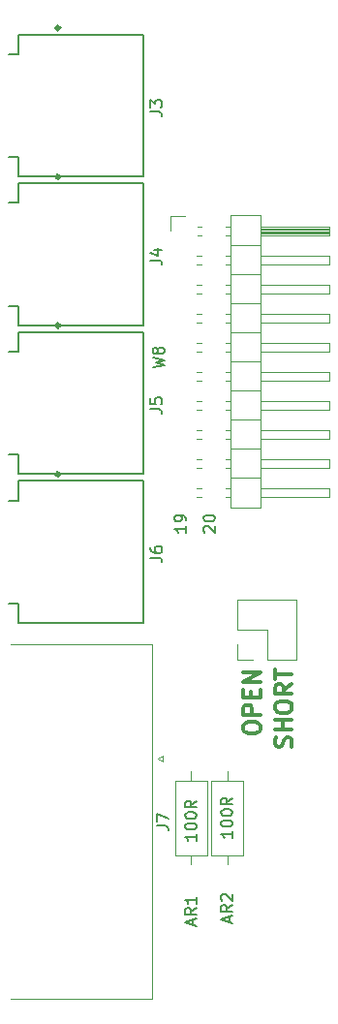
<source format=gto>
%TF.GenerationSoftware,KiCad,Pcbnew,(6.0.0)*%
%TF.CreationDate,2022-03-13T21:14:02-04:00*%
%TF.ProjectId,PCI bracket board,50434920-6272-4616-936b-657420626f61,rev?*%
%TF.SameCoordinates,Original*%
%TF.FileFunction,Legend,Top*%
%TF.FilePolarity,Positive*%
%FSLAX46Y46*%
G04 Gerber Fmt 4.6, Leading zero omitted, Abs format (unit mm)*
G04 Created by KiCad (PCBNEW (6.0.0)) date 2022-03-13 21:14:02*
%MOMM*%
%LPD*%
G01*
G04 APERTURE LIST*
%ADD10C,0.150000*%
%ADD11C,0.300000*%
%ADD12C,0.127000*%
%ADD13C,0.340000*%
%ADD14C,0.120000*%
%ADD15C,1.200000*%
%ADD16O,1.308000X2.616000*%
%ADD17O,2.616000X1.308000*%
%ADD18R,1.700000X1.700000*%
%ADD19O,1.700000X1.700000*%
%ADD20C,4.000000*%
%ADD21R,1.600000X1.600000*%
%ADD22C,1.600000*%
%ADD23O,1.600000X1.600000*%
%ADD24C,3.200000*%
%ADD25C,5.600000*%
G04 APERTURE END LIST*
D10*
X17327619Y-50291904D02*
X17280000Y-50244285D01*
X17232380Y-50149047D01*
X17232380Y-49910952D01*
X17280000Y-49815714D01*
X17327619Y-49768095D01*
X17422857Y-49720476D01*
X17518095Y-49720476D01*
X17660952Y-49768095D01*
X18232380Y-50339523D01*
X18232380Y-49720476D01*
X17232380Y-49101428D02*
X17232380Y-49006190D01*
X17280000Y-48910952D01*
X17327619Y-48863333D01*
X17422857Y-48815714D01*
X17613333Y-48768095D01*
X17851428Y-48768095D01*
X18041904Y-48815714D01*
X18137142Y-48863333D01*
X18184761Y-48910952D01*
X18232380Y-49006190D01*
X18232380Y-49101428D01*
X18184761Y-49196666D01*
X18137142Y-49244285D01*
X18041904Y-49291904D01*
X17851428Y-49339523D01*
X17613333Y-49339523D01*
X17422857Y-49291904D01*
X17327619Y-49244285D01*
X17280000Y-49196666D01*
X17232380Y-49101428D01*
D11*
X20692371Y-67508142D02*
X20692371Y-67222428D01*
X20763800Y-67079571D01*
X20906657Y-66936714D01*
X21192371Y-66865285D01*
X21692371Y-66865285D01*
X21978085Y-66936714D01*
X22120942Y-67079571D01*
X22192371Y-67222428D01*
X22192371Y-67508142D01*
X22120942Y-67651000D01*
X21978085Y-67793857D01*
X21692371Y-67865285D01*
X21192371Y-67865285D01*
X20906657Y-67793857D01*
X20763800Y-67651000D01*
X20692371Y-67508142D01*
X22192371Y-66222428D02*
X20692371Y-66222428D01*
X20692371Y-65651000D01*
X20763800Y-65508142D01*
X20835228Y-65436714D01*
X20978085Y-65365285D01*
X21192371Y-65365285D01*
X21335228Y-65436714D01*
X21406657Y-65508142D01*
X21478085Y-65651000D01*
X21478085Y-66222428D01*
X21406657Y-64722428D02*
X21406657Y-64222428D01*
X22192371Y-64008142D02*
X22192371Y-64722428D01*
X20692371Y-64722428D01*
X20692371Y-64008142D01*
X22192371Y-63365285D02*
X20692371Y-63365285D01*
X22192371Y-62508142D01*
X20692371Y-62508142D01*
D10*
X15692380Y-49720476D02*
X15692380Y-50291904D01*
X15692380Y-50006190D02*
X14692380Y-50006190D01*
X14835238Y-50101428D01*
X14930476Y-50196666D01*
X14978095Y-50291904D01*
X15692380Y-49244285D02*
X15692380Y-49053809D01*
X15644761Y-48958571D01*
X15597142Y-48910952D01*
X15454285Y-48815714D01*
X15263809Y-48768095D01*
X14882857Y-48768095D01*
X14787619Y-48815714D01*
X14740000Y-48863333D01*
X14692380Y-48958571D01*
X14692380Y-49149047D01*
X14740000Y-49244285D01*
X14787619Y-49291904D01*
X14882857Y-49339523D01*
X15120952Y-49339523D01*
X15216190Y-49291904D01*
X15263809Y-49244285D01*
X15311428Y-49149047D01*
X15311428Y-48958571D01*
X15263809Y-48863333D01*
X15216190Y-48815714D01*
X15120952Y-48768095D01*
D11*
X24889542Y-69056628D02*
X24960971Y-68842342D01*
X24960971Y-68485200D01*
X24889542Y-68342342D01*
X24818114Y-68270914D01*
X24675257Y-68199485D01*
X24532400Y-68199485D01*
X24389542Y-68270914D01*
X24318114Y-68342342D01*
X24246685Y-68485200D01*
X24175257Y-68770914D01*
X24103828Y-68913771D01*
X24032400Y-68985200D01*
X23889542Y-69056628D01*
X23746685Y-69056628D01*
X23603828Y-68985200D01*
X23532400Y-68913771D01*
X23460971Y-68770914D01*
X23460971Y-68413771D01*
X23532400Y-68199485D01*
X24960971Y-67556628D02*
X23460971Y-67556628D01*
X24175257Y-67556628D02*
X24175257Y-66699485D01*
X24960971Y-66699485D02*
X23460971Y-66699485D01*
X23460971Y-65699485D02*
X23460971Y-65413771D01*
X23532400Y-65270914D01*
X23675257Y-65128057D01*
X23960971Y-65056628D01*
X24460971Y-65056628D01*
X24746685Y-65128057D01*
X24889542Y-65270914D01*
X24960971Y-65413771D01*
X24960971Y-65699485D01*
X24889542Y-65842342D01*
X24746685Y-65985200D01*
X24460971Y-66056628D01*
X23960971Y-66056628D01*
X23675257Y-65985200D01*
X23532400Y-65842342D01*
X23460971Y-65699485D01*
X24960971Y-63556628D02*
X24246685Y-64056628D01*
X24960971Y-64413771D02*
X23460971Y-64413771D01*
X23460971Y-63842342D01*
X23532400Y-63699485D01*
X23603828Y-63628057D01*
X23746685Y-63556628D01*
X23960971Y-63556628D01*
X24103828Y-63628057D01*
X24175257Y-63699485D01*
X24246685Y-63842342D01*
X24246685Y-64413771D01*
X23460971Y-63128057D02*
X23460971Y-62270914D01*
X24960971Y-62699485D02*
X23460971Y-62699485D01*
D10*
%TO.C,J4*%
X12583930Y-26508985D02*
X13298542Y-26508985D01*
X13441465Y-26556626D01*
X13536746Y-26651908D01*
X13584387Y-26794830D01*
X13584387Y-26890112D01*
X12917416Y-25603810D02*
X13584387Y-25603810D01*
X12536289Y-25842014D02*
X13250902Y-26080218D01*
X13250902Y-25460887D01*
%TO.C,J7*%
X13138711Y-75913733D02*
X13852997Y-75913733D01*
X13995854Y-75961352D01*
X14091092Y-76056590D01*
X14138711Y-76199447D01*
X14138711Y-76294685D01*
X13138711Y-75532780D02*
X13138711Y-74866114D01*
X14138711Y-75294685D01*
%TO.C,AR1*%
X16321066Y-84577085D02*
X16321066Y-84100895D01*
X16606780Y-84672323D02*
X15606780Y-84338990D01*
X16606780Y-84005657D01*
X16606780Y-83100895D02*
X16130590Y-83434228D01*
X16606780Y-83672323D02*
X15606780Y-83672323D01*
X15606780Y-83291371D01*
X15654400Y-83196133D01*
X15702019Y-83148514D01*
X15797257Y-83100895D01*
X15940114Y-83100895D01*
X16035352Y-83148514D01*
X16082971Y-83196133D01*
X16130590Y-83291371D01*
X16130590Y-83672323D01*
X16606780Y-82148514D02*
X16606780Y-82719942D01*
X16606780Y-82434228D02*
X15606780Y-82434228D01*
X15749638Y-82529466D01*
X15844876Y-82624704D01*
X15892495Y-82719942D01*
X16606780Y-76655466D02*
X16606780Y-77226895D01*
X16606780Y-76941180D02*
X15606780Y-76941180D01*
X15749638Y-77036419D01*
X15844876Y-77131657D01*
X15892495Y-77226895D01*
X15606780Y-76036419D02*
X15606780Y-75941180D01*
X15654400Y-75845942D01*
X15702019Y-75798323D01*
X15797257Y-75750704D01*
X15987733Y-75703085D01*
X16225828Y-75703085D01*
X16416304Y-75750704D01*
X16511542Y-75798323D01*
X16559161Y-75845942D01*
X16606780Y-75941180D01*
X16606780Y-76036419D01*
X16559161Y-76131657D01*
X16511542Y-76179276D01*
X16416304Y-76226895D01*
X16225828Y-76274514D01*
X15987733Y-76274514D01*
X15797257Y-76226895D01*
X15702019Y-76179276D01*
X15654400Y-76131657D01*
X15606780Y-76036419D01*
X15606780Y-75084038D02*
X15606780Y-74988800D01*
X15654400Y-74893561D01*
X15702019Y-74845942D01*
X15797257Y-74798323D01*
X15987733Y-74750704D01*
X16225828Y-74750704D01*
X16416304Y-74798323D01*
X16511542Y-74845942D01*
X16559161Y-74893561D01*
X16606780Y-74988800D01*
X16606780Y-75084038D01*
X16559161Y-75179276D01*
X16511542Y-75226895D01*
X16416304Y-75274514D01*
X16225828Y-75322133D01*
X15987733Y-75322133D01*
X15797257Y-75274514D01*
X15702019Y-75226895D01*
X15654400Y-75179276D01*
X15606780Y-75084038D01*
X16606780Y-73750704D02*
X16130590Y-74084038D01*
X16606780Y-74322133D02*
X15606780Y-74322133D01*
X15606780Y-73941180D01*
X15654400Y-73845942D01*
X15702019Y-73798323D01*
X15797257Y-73750704D01*
X15940114Y-73750704D01*
X16035352Y-73798323D01*
X16082971Y-73845942D01*
X16130590Y-73941180D01*
X16130590Y-74322133D01*
%TO.C,W8*%
X12787380Y-35880561D02*
X13787380Y-35642466D01*
X13073095Y-35451990D01*
X13787380Y-35261514D01*
X12787380Y-35023419D01*
X13215952Y-34499609D02*
X13168333Y-34594847D01*
X13120714Y-34642466D01*
X13025476Y-34690085D01*
X12977857Y-34690085D01*
X12882619Y-34642466D01*
X12835000Y-34594847D01*
X12787380Y-34499609D01*
X12787380Y-34309133D01*
X12835000Y-34213895D01*
X12882619Y-34166276D01*
X12977857Y-34118657D01*
X13025476Y-34118657D01*
X13120714Y-34166276D01*
X13168333Y-34213895D01*
X13215952Y-34309133D01*
X13215952Y-34499609D01*
X13263571Y-34594847D01*
X13311190Y-34642466D01*
X13406428Y-34690085D01*
X13596904Y-34690085D01*
X13692142Y-34642466D01*
X13739761Y-34594847D01*
X13787380Y-34499609D01*
X13787380Y-34309133D01*
X13739761Y-34213895D01*
X13692142Y-34166276D01*
X13596904Y-34118657D01*
X13406428Y-34118657D01*
X13311190Y-34166276D01*
X13263571Y-34213895D01*
X13215952Y-34309133D01*
%TO.C,J3*%
X12583930Y-13508985D02*
X13298542Y-13508985D01*
X13441465Y-13556626D01*
X13536746Y-13651908D01*
X13584387Y-13794830D01*
X13584387Y-13890112D01*
X12583930Y-13127859D02*
X12583930Y-12508528D01*
X12965057Y-12842014D01*
X12965057Y-12699091D01*
X13012697Y-12603810D01*
X13060338Y-12556169D01*
X13155620Y-12508528D01*
X13393824Y-12508528D01*
X13489106Y-12556169D01*
X13536746Y-12603810D01*
X13584387Y-12699091D01*
X13584387Y-12984936D01*
X13536746Y-13080218D01*
X13489106Y-13127859D01*
%TO.C,J6*%
X12583930Y-52508985D02*
X13298542Y-52508985D01*
X13441465Y-52556626D01*
X13536746Y-52651908D01*
X13584387Y-52794830D01*
X13584387Y-52890112D01*
X12583930Y-51603810D02*
X12583930Y-51794373D01*
X12631571Y-51889655D01*
X12679212Y-51937295D01*
X12822134Y-52032577D01*
X13012697Y-52080218D01*
X13393824Y-52080218D01*
X13489106Y-52032577D01*
X13536746Y-51984936D01*
X13584387Y-51889655D01*
X13584387Y-51699091D01*
X13536746Y-51603810D01*
X13489106Y-51556169D01*
X13393824Y-51508528D01*
X13155620Y-51508528D01*
X13060338Y-51556169D01*
X13012697Y-51603810D01*
X12965057Y-51699091D01*
X12965057Y-51889655D01*
X13012697Y-51984936D01*
X13060338Y-52032577D01*
X13155620Y-52080218D01*
%TO.C,AR2*%
X19470666Y-84323085D02*
X19470666Y-83846895D01*
X19756380Y-84418323D02*
X18756380Y-84084990D01*
X19756380Y-83751657D01*
X19756380Y-82846895D02*
X19280190Y-83180228D01*
X19756380Y-83418323D02*
X18756380Y-83418323D01*
X18756380Y-83037371D01*
X18804000Y-82942133D01*
X18851619Y-82894514D01*
X18946857Y-82846895D01*
X19089714Y-82846895D01*
X19184952Y-82894514D01*
X19232571Y-82942133D01*
X19280190Y-83037371D01*
X19280190Y-83418323D01*
X18851619Y-82465942D02*
X18804000Y-82418323D01*
X18756380Y-82323085D01*
X18756380Y-82084990D01*
X18804000Y-81989752D01*
X18851619Y-81942133D01*
X18946857Y-81894514D01*
X19042095Y-81894514D01*
X19184952Y-81942133D01*
X19756380Y-82513561D01*
X19756380Y-81894514D01*
X19756380Y-76401466D02*
X19756380Y-76972895D01*
X19756380Y-76687180D02*
X18756380Y-76687180D01*
X18899238Y-76782419D01*
X18994476Y-76877657D01*
X19042095Y-76972895D01*
X18756380Y-75782419D02*
X18756380Y-75687180D01*
X18804000Y-75591942D01*
X18851619Y-75544323D01*
X18946857Y-75496704D01*
X19137333Y-75449085D01*
X19375428Y-75449085D01*
X19565904Y-75496704D01*
X19661142Y-75544323D01*
X19708761Y-75591942D01*
X19756380Y-75687180D01*
X19756380Y-75782419D01*
X19708761Y-75877657D01*
X19661142Y-75925276D01*
X19565904Y-75972895D01*
X19375428Y-76020514D01*
X19137333Y-76020514D01*
X18946857Y-75972895D01*
X18851619Y-75925276D01*
X18804000Y-75877657D01*
X18756380Y-75782419D01*
X18756380Y-74830038D02*
X18756380Y-74734800D01*
X18804000Y-74639561D01*
X18851619Y-74591942D01*
X18946857Y-74544323D01*
X19137333Y-74496704D01*
X19375428Y-74496704D01*
X19565904Y-74544323D01*
X19661142Y-74591942D01*
X19708761Y-74639561D01*
X19756380Y-74734800D01*
X19756380Y-74830038D01*
X19708761Y-74925276D01*
X19661142Y-74972895D01*
X19565904Y-75020514D01*
X19375428Y-75068133D01*
X19137333Y-75068133D01*
X18946857Y-75020514D01*
X18851619Y-74972895D01*
X18804000Y-74925276D01*
X18756380Y-74830038D01*
X19756380Y-73496704D02*
X19280190Y-73830038D01*
X19756380Y-74068133D02*
X18756380Y-74068133D01*
X18756380Y-73687180D01*
X18804000Y-73591942D01*
X18851619Y-73544323D01*
X18946857Y-73496704D01*
X19089714Y-73496704D01*
X19184952Y-73544323D01*
X19232571Y-73591942D01*
X19280190Y-73687180D01*
X19280190Y-74068133D01*
%TO.C,J5*%
X12583930Y-39508985D02*
X13298542Y-39508985D01*
X13441465Y-39556626D01*
X13536746Y-39651908D01*
X13584387Y-39794830D01*
X13584387Y-39890112D01*
X12583930Y-38556169D02*
X12583930Y-39032577D01*
X13060338Y-39080218D01*
X13012697Y-39032577D01*
X12965057Y-38937295D01*
X12965057Y-38699091D01*
X13012697Y-38603810D01*
X13060338Y-38556169D01*
X13155620Y-38508528D01*
X13393824Y-38508528D01*
X13489106Y-38556169D01*
X13536746Y-38603810D01*
X13584387Y-38699091D01*
X13584387Y-38937295D01*
X13536746Y-39032577D01*
X13489106Y-39080218D01*
D12*
%TO.C,J4*%
X1003800Y-30500000D02*
X203800Y-30500000D01*
X12003800Y-32200000D02*
X1003800Y-32200000D01*
X1003800Y-21500000D02*
X203800Y-21500000D01*
X1003800Y-19800000D02*
X1003800Y-21500000D01*
X12003800Y-19800000D02*
X1003800Y-19800000D01*
X1003800Y-30500000D02*
X1003800Y-32200000D01*
X12003800Y-19800000D02*
X12003800Y-32200000D01*
D13*
X4673800Y-19200000D02*
G75*
G03*
X4673800Y-19200000I-170000J0D01*
G01*
D14*
%TO.C,J1*%
X22778800Y-61406000D02*
X22778800Y-58806000D01*
X22778800Y-61406000D02*
X25378800Y-61406000D01*
X21508800Y-61406000D02*
X20178800Y-61406000D01*
X22778800Y-58806000D02*
X20178800Y-58806000D01*
X25378800Y-61406000D02*
X25378800Y-56206000D01*
X20178800Y-58806000D02*
X20178800Y-56206000D01*
X20178800Y-61406000D02*
X20178800Y-60076000D01*
X20178800Y-56206000D02*
X25378800Y-56206000D01*
%TO.C,J7*%
X13207656Y-70040400D02*
X13640669Y-69790400D01*
X13640669Y-69790400D02*
X13640669Y-70290400D01*
X12746331Y-91065400D02*
X406331Y-91065400D01*
X13640669Y-70290400D02*
X13207656Y-70040400D01*
X12746331Y-60095400D02*
X12746331Y-91065400D01*
X406331Y-60095400D02*
X12746331Y-60095400D01*
%TO.C,AR1*%
X17524400Y-71964800D02*
X14784400Y-71964800D01*
X16154400Y-71194800D02*
X16154400Y-71964800D01*
X14784400Y-71964800D02*
X14784400Y-78504800D01*
X14784400Y-78504800D02*
X17524400Y-78504800D01*
X16154400Y-79274800D02*
X16154400Y-78504800D01*
X17524400Y-78504800D02*
X17524400Y-71964800D01*
%TO.C,W8*%
X16627329Y-33711800D02*
X17081471Y-33711800D01*
X19564400Y-30281800D02*
X22224400Y-30281800D01*
X14314400Y-23931800D02*
X14314400Y-22661800D01*
X28224400Y-26091800D02*
X28224400Y-26851800D01*
X22224400Y-23731800D02*
X28224400Y-23731800D01*
X19564400Y-37901800D02*
X22224400Y-37901800D01*
X16627329Y-26091800D02*
X17081471Y-26091800D01*
X19167329Y-23551800D02*
X19564400Y-23551800D01*
X22224400Y-22601800D02*
X19564400Y-22601800D01*
X19564400Y-48121800D02*
X22224400Y-48121800D01*
X19167329Y-36251800D02*
X19564400Y-36251800D01*
X28224400Y-43871800D02*
X28224400Y-44631800D01*
X16627329Y-46411800D02*
X17081471Y-46411800D01*
X19167329Y-39551800D02*
X19564400Y-39551800D01*
X19167329Y-26091800D02*
X19564400Y-26091800D01*
X22224400Y-38791800D02*
X28224400Y-38791800D01*
X28224400Y-34471800D02*
X22224400Y-34471800D01*
X28224400Y-36251800D02*
X28224400Y-37011800D01*
X16694400Y-23551800D02*
X17081471Y-23551800D01*
X28224400Y-41331800D02*
X28224400Y-42091800D01*
X16627329Y-37011800D02*
X17081471Y-37011800D01*
X19167329Y-34471800D02*
X19564400Y-34471800D01*
X28224400Y-29391800D02*
X22224400Y-29391800D01*
X19167329Y-43871800D02*
X19564400Y-43871800D01*
X22224400Y-31171800D02*
X28224400Y-31171800D01*
X16627329Y-26851800D02*
X17081471Y-26851800D01*
X22224400Y-41331800D02*
X28224400Y-41331800D01*
X16627329Y-29391800D02*
X17081471Y-29391800D01*
X19564400Y-40441800D02*
X22224400Y-40441800D01*
X28224400Y-24311800D02*
X22224400Y-24311800D01*
X16627329Y-31171800D02*
X17081471Y-31171800D01*
X14314400Y-22661800D02*
X15584400Y-22661800D01*
X16627329Y-43871800D02*
X17081471Y-43871800D01*
X22224400Y-46411800D02*
X28224400Y-46411800D01*
X19564400Y-35361800D02*
X22224400Y-35361800D01*
X19167329Y-26851800D02*
X19564400Y-26851800D01*
X19167329Y-31171800D02*
X19564400Y-31171800D01*
X28224400Y-44631800D02*
X22224400Y-44631800D01*
X19564400Y-25201800D02*
X22224400Y-25201800D01*
X19564400Y-32821800D02*
X22224400Y-32821800D01*
X16627329Y-44631800D02*
X17081471Y-44631800D01*
X19167329Y-33711800D02*
X19564400Y-33711800D01*
X19167329Y-38791800D02*
X19564400Y-38791800D01*
X19167329Y-37011800D02*
X19564400Y-37011800D01*
X28224400Y-42091800D02*
X22224400Y-42091800D01*
X22224400Y-48121800D02*
X22224400Y-22601800D01*
X19564400Y-22601800D02*
X19564400Y-48121800D01*
X19167329Y-29391800D02*
X19564400Y-29391800D01*
X16627329Y-38791800D02*
X17081471Y-38791800D01*
X16627329Y-39551800D02*
X17081471Y-39551800D01*
X16627329Y-47171800D02*
X17081471Y-47171800D01*
X22224400Y-23611800D02*
X28224400Y-23611800D01*
X28224400Y-31171800D02*
X28224400Y-31931800D01*
X22224400Y-23851800D02*
X28224400Y-23851800D01*
X22224400Y-33711800D02*
X28224400Y-33711800D01*
X16694400Y-24311800D02*
X17081471Y-24311800D01*
X22224400Y-43871800D02*
X28224400Y-43871800D01*
X19564400Y-42981800D02*
X22224400Y-42981800D01*
X19167329Y-44631800D02*
X19564400Y-44631800D01*
X19167329Y-47171800D02*
X19564400Y-47171800D01*
X19167329Y-42091800D02*
X19564400Y-42091800D01*
X19167329Y-24311800D02*
X19564400Y-24311800D01*
X28224400Y-47171800D02*
X22224400Y-47171800D01*
X28224400Y-26851800D02*
X22224400Y-26851800D01*
X28224400Y-37011800D02*
X22224400Y-37011800D01*
X22224400Y-28631800D02*
X28224400Y-28631800D01*
X22224400Y-23971800D02*
X28224400Y-23971800D01*
X19167329Y-31931800D02*
X19564400Y-31931800D01*
X28224400Y-23551800D02*
X28224400Y-24311800D01*
X16627329Y-41331800D02*
X17081471Y-41331800D01*
X19167329Y-41331800D02*
X19564400Y-41331800D01*
X28224400Y-31931800D02*
X22224400Y-31931800D01*
X28224400Y-46411800D02*
X28224400Y-47171800D01*
X28224400Y-33711800D02*
X28224400Y-34471800D01*
X22224400Y-26091800D02*
X28224400Y-26091800D01*
X16627329Y-34471800D02*
X17081471Y-34471800D01*
X22224400Y-24211800D02*
X28224400Y-24211800D01*
X16627329Y-42091800D02*
X17081471Y-42091800D01*
X19564400Y-27741800D02*
X22224400Y-27741800D01*
X16627329Y-28631800D02*
X17081471Y-28631800D01*
X19167329Y-28631800D02*
X19564400Y-28631800D01*
X28224400Y-39551800D02*
X22224400Y-39551800D01*
X19564400Y-45521800D02*
X22224400Y-45521800D01*
X28224400Y-38791800D02*
X28224400Y-39551800D01*
X19167329Y-46411800D02*
X19564400Y-46411800D01*
X22224400Y-24091800D02*
X28224400Y-24091800D01*
X16627329Y-36251800D02*
X17081471Y-36251800D01*
X22224400Y-23551800D02*
X28224400Y-23551800D01*
X28224400Y-28631800D02*
X28224400Y-29391800D01*
X22224400Y-36251800D02*
X28224400Y-36251800D01*
X16627329Y-31931800D02*
X17081471Y-31931800D01*
D12*
%TO.C,J3*%
X12003800Y-6800000D02*
X1003800Y-6800000D01*
X1003800Y-8500000D02*
X203800Y-8500000D01*
X1003800Y-6800000D02*
X1003800Y-8500000D01*
X12003800Y-6800000D02*
X12003800Y-19200000D01*
X1003800Y-17500000D02*
X1003800Y-19200000D01*
X12003800Y-19200000D02*
X1003800Y-19200000D01*
X1003800Y-17500000D02*
X203800Y-17500000D01*
D13*
X4673800Y-6200000D02*
G75*
G03*
X4673800Y-6200000I-170000J0D01*
G01*
D12*
%TO.C,J6*%
X12003800Y-45800000D02*
X12003800Y-58200000D01*
X1003800Y-47500000D02*
X203800Y-47500000D01*
X12003800Y-58200000D02*
X1003800Y-58200000D01*
X12003800Y-45800000D02*
X1003800Y-45800000D01*
X1003800Y-56500000D02*
X203800Y-56500000D01*
X1003800Y-45800000D02*
X1003800Y-47500000D01*
X1003800Y-56500000D02*
X1003800Y-58200000D01*
D13*
X4673800Y-45200000D02*
G75*
G03*
X4673800Y-45200000I-170000J0D01*
G01*
D14*
%TO.C,AR2*%
X20674000Y-78504800D02*
X20674000Y-71964800D01*
X17934000Y-71964800D02*
X17934000Y-78504800D01*
X19304000Y-71194800D02*
X19304000Y-71964800D01*
X20674000Y-71964800D02*
X17934000Y-71964800D01*
X17934000Y-78504800D02*
X20674000Y-78504800D01*
X19304000Y-79274800D02*
X19304000Y-78504800D01*
D12*
%TO.C,J5*%
X1003800Y-43500000D02*
X1003800Y-45200000D01*
X1003800Y-43500000D02*
X203800Y-43500000D01*
X12003800Y-32800000D02*
X12003800Y-45200000D01*
X12003800Y-45200000D02*
X1003800Y-45200000D01*
X12003800Y-32800000D02*
X1003800Y-32800000D01*
X1003800Y-34500000D02*
X203800Y-34500000D01*
X1003800Y-32800000D02*
X1003800Y-34500000D01*
D13*
X4673800Y-32200000D02*
G75*
G03*
X4673800Y-32200000I-170000J0D01*
G01*
%TD*%
%LPC*%
D15*
%TO.C,J4*%
X9503800Y-26000000D03*
X4503800Y-21000000D03*
X4503800Y-31000000D03*
D16*
X4503800Y-26000000D03*
D17*
X9503800Y-31000000D03*
X9503800Y-21000000D03*
X9503800Y-28500000D03*
X9503800Y-23500000D03*
%TD*%
D18*
%TO.C,J1*%
X21508800Y-60076000D03*
D19*
X21508800Y-57536000D03*
X24048800Y-60076000D03*
X24048800Y-57536000D03*
%TD*%
D20*
%TO.C,J7*%
X9466331Y-88080400D03*
X9466331Y-63080400D03*
D21*
X10886331Y-70040400D03*
D22*
X10886331Y-72810400D03*
X10886331Y-75580400D03*
X10886331Y-78350400D03*
X10886331Y-81120400D03*
X8046331Y-71425400D03*
X8046331Y-74195400D03*
X8046331Y-76965400D03*
X8046331Y-79735400D03*
%TD*%
%TO.C,AR1*%
X16154400Y-80314800D03*
D23*
X16154400Y-70154800D03*
%TD*%
D18*
%TO.C,W8*%
X15584400Y-23931800D03*
D19*
X18124400Y-23931800D03*
X15584400Y-26471800D03*
X18124400Y-26471800D03*
X15584400Y-29011800D03*
X18124400Y-29011800D03*
X15584400Y-31551800D03*
X18124400Y-31551800D03*
X15584400Y-34091800D03*
X18124400Y-34091800D03*
X15584400Y-36631800D03*
X18124400Y-36631800D03*
X15584400Y-39171800D03*
X18124400Y-39171800D03*
X15584400Y-41711800D03*
X18124400Y-41711800D03*
X15584400Y-44251800D03*
X18124400Y-44251800D03*
X15584400Y-46791800D03*
X18124400Y-46791800D03*
%TD*%
D15*
%TO.C,J3*%
X4503800Y-8000000D03*
X4503800Y-18000000D03*
X9503800Y-13000000D03*
D16*
X4503800Y-13000000D03*
D17*
X9503800Y-18000000D03*
X9503800Y-8000000D03*
X9503800Y-15500000D03*
X9503800Y-10500000D03*
%TD*%
D15*
%TO.C,J6*%
X4503800Y-47000000D03*
X9503800Y-52000000D03*
X4503800Y-57000000D03*
D16*
X4503800Y-52000000D03*
D17*
X9503800Y-57000000D03*
X9503800Y-47000000D03*
X9503800Y-54500000D03*
X9503800Y-49500000D03*
%TD*%
D22*
%TO.C,AR2*%
X19304000Y-80314800D03*
D23*
X19304000Y-70154800D03*
%TD*%
D24*
%TO.C,REF\u002A\u002A*%
X4500000Y-3000000D03*
%TD*%
D25*
%TO.C,REF\u002A\u002A*%
X4500000Y-98000000D03*
%TD*%
D15*
%TO.C,J5*%
X4503800Y-44000000D03*
X4503800Y-34000000D03*
X9503800Y-39000000D03*
D16*
X4503800Y-39000000D03*
D17*
X9503800Y-44000000D03*
X9503800Y-34000000D03*
X9503800Y-41500000D03*
X9503800Y-36500000D03*
%TD*%
M02*

</source>
